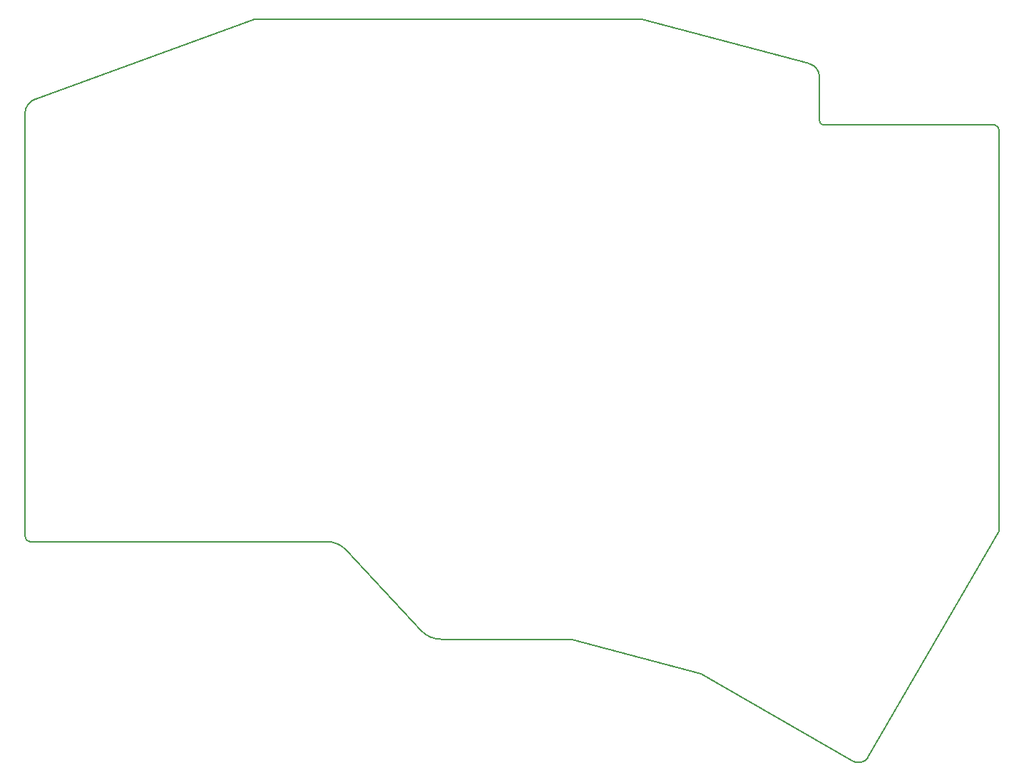
<source format=gbr>
%TF.GenerationSoftware,KiCad,Pcbnew,8.0.6*%
%TF.CreationDate,2024-11-18T19:30:04+07:00*%
%TF.ProjectId,chocowi36,63686f63-6f77-4693-9336-2e6b69636164,rev?*%
%TF.SameCoordinates,Original*%
%TF.FileFunction,Profile,NP*%
%FSLAX46Y46*%
G04 Gerber Fmt 4.6, Leading zero omitted, Abs format (unit mm)*
G04 Created by KiCad (PCBNEW 8.0.6) date 2024-11-18 19:30:04*
%MOMM*%
%LPD*%
G01*
G04 APERTURE LIST*
%TA.AperFunction,Profile*%
%ADD10C,0.150000*%
%TD*%
G04 APERTURE END LIST*
D10*
X140110000Y-120990000D02*
X155450000Y-125100000D01*
X168310000Y-52630001D02*
G75*
G02*
X169517467Y-54210000I-430000J-1579999D01*
G01*
X76447128Y-56810904D02*
X102480000Y-47360000D01*
X111030000Y-109380000D02*
G75*
G02*
X113388265Y-110460122I0J-3114500D01*
G01*
X113388248Y-110460137D02*
X122240001Y-119969999D01*
X190847006Y-60550000D02*
X190800000Y-108150000D01*
X124600000Y-120974522D02*
X140110000Y-120990000D01*
X75187224Y-58530000D02*
G75*
G02*
X76447128Y-56810904I1802776J0D01*
G01*
X155450000Y-125100000D02*
X173389826Y-135406790D01*
X75807553Y-109400000D02*
G75*
G02*
X75199975Y-108745551I47J609300D01*
G01*
X190336333Y-59898708D02*
X169979643Y-59898708D01*
X190336333Y-59898708D02*
G75*
G02*
X190847057Y-60549999I-179933J-666992D01*
G01*
X75187224Y-58530000D02*
X75200000Y-108745553D01*
X124600000Y-120974522D02*
G75*
G02*
X122240001Y-119969999I0J3274522D01*
G01*
X175285188Y-135009859D02*
X190800000Y-108150000D01*
X169979643Y-59898708D02*
G75*
G02*
X169500976Y-59390020I20357J498708D01*
G01*
X175285188Y-135009859D02*
G75*
G02*
X173357218Y-135389287I-1152988J770659D01*
G01*
X168310000Y-52630001D02*
X148400000Y-47340000D01*
X169500977Y-59390020D02*
X169517467Y-54210000D01*
X102480000Y-47360000D02*
X148400000Y-47340000D01*
X111030000Y-109380000D02*
X75807553Y-109400000D01*
M02*

</source>
